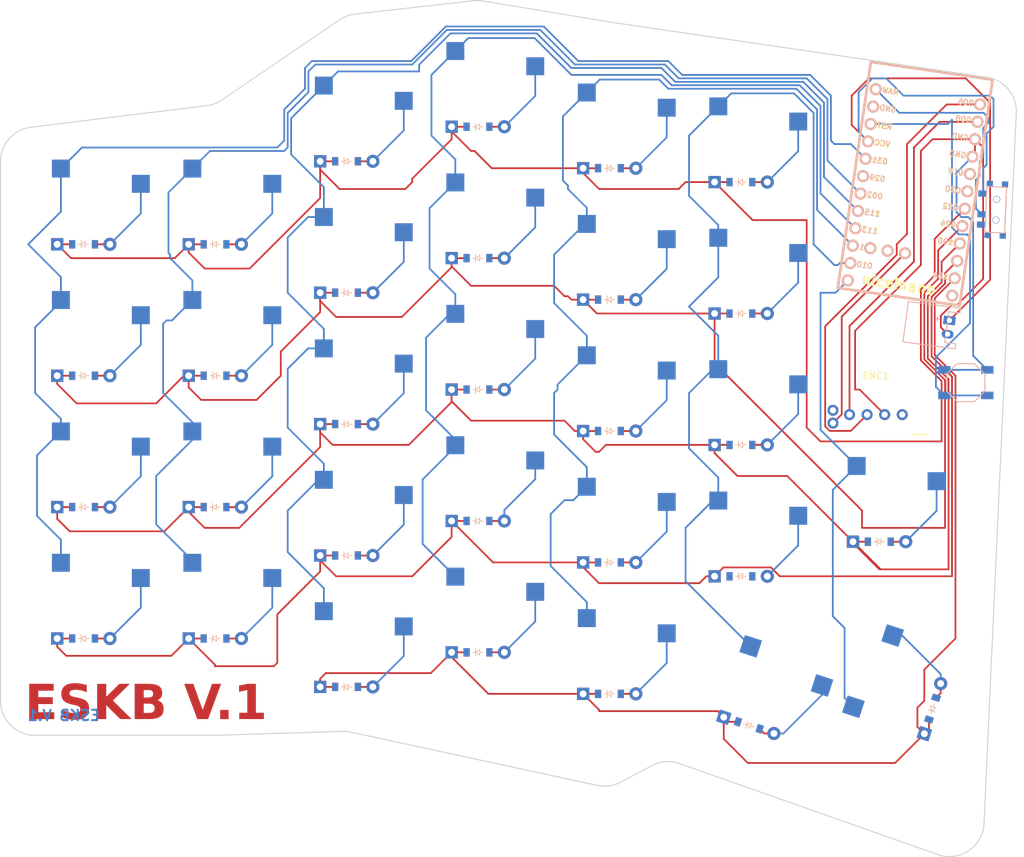
<source format=kicad_pcb>
(kicad_pcb (version 20240108) (generator "pcbnew") (generator_version "8.0")
  (title_block (title "left") (rev "v1.0.0") (company "Unknown"))
  (layers (0 "F.Cu" signal) (31 "B.Cu" signal) (34 "B.Paste" user) (35 "F.Paste" user) (36 "B.SilkS" user "B.Silkscreen") (37 "F.SilkS" user "F.Silkscreen") (38 "B.Mask" user) (39 "F.Mask" user) (44 "Edge.Cuts" user))
  (net 0 "")
  (net 1 "P031")
  (net 2 "outer_bottom")
  (net 3 "outer_home")
  (net 4 "outer_top")
  (net 5 "outer_num")
  (net 6 "P002")
  (net 7 "pinky_bottom")
  (net 8 "pinky_home")
  (net 9 "pinky_top")
  (net 10 "pinky_num")
  (net 11 "P115")
  (net 12 "ring_mod")
  (net 13 "ring_bottom")
  (net 14 "ring_home")
  (net 15 "ring_top")
  (net 16 "ring_num")
  (net 17 "P113")
  (net 18 "middle_mod")
  (net 19 "middle_bottom")
  (net 20 "middle_home")
  (net 21 "middle_top")
  (net 22 "middle_num")
  (net 23 "P111")
  (net 24 "index_mod")
  (net 25 "index_bottom")
  (net 26 "index_home")
  (net 27 "index_top")
  (net 28 "index_num")
  (net 29 "P010")
  (net 30 "inner_bottom")
  (net 31 "inner_home")
  (net 32 "inner_top")
  (net 33 "inner_num")
  (net 34 "P009")
  (net 35 "inner_mod_home")
  (net 36 "home_cluster")
  (net 37 "far_cluster")
  (net 38 "P011")
  (net 39 "P100")
  (net 40 "P024")
  (net 41 "P022")
  (net 42 "P104")
  (net 43 "RAW")
  (net 44 "GND")
  (net 45 "RST")
  (net 46 "VCC")
  (net 47 "P029")
  (net 48 "P006")
  (net 49 "P008")
  (net 50 "P017")
  (net 51 "P020")
  (net 52 "P106")
  (net 53 "P101")
  (net 54 "P102")
  (net 55 "P107")
  (net 56 "S2")
  (net 57 "D")
  (footprint "E73:SPDT_C128955" (layer "F.Cu") (at 254.9 116.5 -92.5)
    (property "Reference" "T1" (hide yes))
    (property "Value" "" (hide yes))
  )
  (footprint "E73:SW_TACT_ALPS_SKQGABE010" (layer "F.Cu") (at 250.5 141.5)
    (property "Reference" "B1" (hide yes))
    (property "Value" "" (hide yes))
  )
  (footprint "ComboDiode" (layer "F.Cu") (at 161 128.5)
    (property "Reference" "D12" (hide yes))
    (property "Value" "" (hide yes))
  )
  (footprint "ComboDiode" (layer "F.Cu") (at 199 167.5)
    (property "Reference" "D20" (hide yes))
    (property "Value" "" (hide yes))
  )
  (footprint "ComboDiode" (layer "F.Cu") (at 123 121.5)
    (property "Reference" "D4" (hide yes))
    (property "Value" "" (hide yes))
  )
  (footprint "nice_nano" (layer "F.Cu") (at 243 114 -98.3)
    (property "Reference" "MCU1" (hide yes))
    (property "Value" "nice_nano" (hide yes))
  )
  (footprint "ComboDiode" (layer "F.Cu") (at 218 169.5)
    (property "Reference" "D24" (hide yes))
    (property "Value" "" (hide yes))
  )
  (footprint "PG1350" (layer "F.Cu") (at 161 123.5)
    (property "Reference" "S12" (hide yes))
    (property "Value" "" (hide yes))
  )
  (footprint "ComboDiode" (layer "F.Cu") (at 180 142.5)
    (property "Reference" "D16" (hide yes))
    (property "Value" "" (hide yes))
  )
  (footprint "PG1350" (layer "F.Cu") (at 142 135.5)
    (property "Reference" "S7" (hide yes))
    (property "Value" "" (hide yes))
  )
  (footprint "Panasonic_EVQWGD001" (layer "F.Cu") (at 237.5 140.5 90)
    (property "Reference" "ENC1")
    (property "Value" "EVQWGD001")
  )
  (footprint "ComboDiode" (layer "F.Cu") (at 219.139066 191.053216 -18)
    (property "Reference" "D29" (hide yes))
    (property "Value" "" (hide yes))
  )
  (footprint "ComboDiode" (layer "F.Cu") (at 161 147.5)
    (property "Reference" "D11" (hide yes))
    (property "Value" "" (hide yes))
  )
  (footprint "PG1350" (layer "F.Cu") (at 123 116.5)
    (property "Reference" "S4" (hide yes))
    (property "Value" "" (hide yes))
  )
  (footprint "ComboDiode" (layer "F.Cu") (at 218 150.5)
    (property "Reference" "D25" (hide yes))
    (property "Value" "" (hide yes))
  )
  (footprint "ComboDiode" (layer "F.Cu") (at 123 178.5)
    (property "Reference" "D1" (hide yes))
    (property "Value" "" (hide yes))
  )
  (footprint "PG1350" (layer "F.Cu") (at 199 143.5)
    (property "Reference" "S21" (hide yes))
    (property "Value" "" (hide yes))
  )
  (footprint "PG1350" (layer "F.Cu") (at 161 104.5)
    (property "Reference" "S13" (hide yes))
    (property "Value" "" (hide yes))
  )
  (footprint "ComboDiode" (layer "F.Cu") (at 142 121.5)
    (property "Reference" "D8" (hide yes))
    (property "Value" "" (hide yes))
  )
  (footprint "PG1350" (layer "F.Cu") (at 180 118.5)
    (property "Reference" "S17" (hide yes))
    (property "Value" "" (hide yes))
  )
  (footprint "ComboDiode" (layer "F.Cu") (at 142 140.5)
    (property "Reference" "D7" (hide yes))
    (property "Value" "" (hide yes))
  )
  (footprint "ComboDiode" (layer "F.Cu") (at 161 166.5)
    (property "Reference" "D10" (hide yes))
    (property "Value" "" (hide yes))
  )
  (footprint "PG1350" (layer "F.Cu") (at 218 126.5)
    (property "Reference" "S26" (hide yes))
    (property "Value" "" (hide yes))
  )
  (footprint "ComboDiode" (layer "F.Cu") (at 218 131.5)
    (property "Reference" "D26" (hide yes))
    (property "Value" "" (hide yes))
  )
  (footprint "ComboDiode" (layer "F.Cu") (at 238 164.5)
    (property "Reference" "D28" (hide yes))
    (property "Value" "" (hide yes))
  )
  (footprint "ComboDiode" (layer "F.Cu") (at 180 123.5)
    (property "Reference" "D17" (hide yes))
    (property "Value" "" (hide yes))
  )
  (footprint "PG1350" (layer "F.Cu") (at 218 145.5)
    (property "Reference" "S25" (hide yes))
    (property "Value" "" (hide yes))
  )
  (footprint "PG1350" (layer "F.Cu") (at 142 154.5)
    (property "Reference" "S6" (hide yes))
    (property "Value" "" (hide yes))
  )
  (footprint "PG1350" (layer "F.Cu") (at 240.929346 187.092953 72)
    (property "Reference" "S30" (hide yes))
    (property "Value" "" (hide yes))
  )
  (footprint "PG1350" (layer "F.Cu") (at 218 107.5)
    (property "Reference" "S27" (hide yes))
    (property "Value" "" (hide yes))
  )
  (footprint "PG1350" (layer "F.Cu") (at 199 162.5)
    (property "Reference" "S20" (hide yes))
    (property "Value" "" (hide yes))
  )
  (footprint "PG1350" (layer "F.Cu") (at 123 154.5)
    (property "Reference" "S2" (hide yes))
    (property "Value" "" (hide yes))
  )
  (footprint "ComboDiode" (layer "F.Cu") (at 161 185.5)
    (property "Reference" "D9" (hide yes))
    (property "Value" "" (hide yes))
  )
  (footprint "PG1350" (layer "F.Cu") (at 180 99.5)
    (property "Reference" "S18" (hide yes))
    (property "Value" "" (hide yes))
  )
  (footprint "PG1350" (layer "F.Cu") (at 161 180.5)
    (property "Reference" "S9" (hide yes))
    (property "Value" "" (hide yes))
  )
  (footprint "PG1350" (layer "F.Cu") (at 123 135.5)
    (property "Reference" "S3" (hide yes))
    (property "Value" "" (hide yes))
  )
  (footprint "PG1350" (layer "F.Cu") (at 199 181.5)
    (property "Reference" "S19" (hide yes))
    (property "Value" "" (hide yes))
  )
  (footprint "PG1350" (layer "F.Cu") (at 218 164.5)
    (property "Reference" "S24" (hide yes))
    (property "Value" "" (hide yes))
  )
  (footprint "ComboDiode" (layer "F.Cu") (at 142 178.5)
    (property "Reference" "D5" (hide yes))
    (property "Value" "" (hide yes))
  )
  (footprint "ComboDiode" (layer "F.Cu") (at 199 148.5)
    (property "Reference" "D21" (hide yes))
    (property "Value" "" (hide yes))
  )
  (footprint "JST_PH_S2B-PH-K_02x2.00mm_Angled" (layer "F.Cu") (at 248 133.5 -97.5)
    (property "Reference" "JST1" (hide yes))
    (property "Value" "" (hide yes))
  )
  (footprint "ComboDiode" (layer "F.Cu") (at 180 104.5)
    (property "Reference" "D18" (hide yes))
    (property "Value" "" (hide yes))
  )
  (footprint "ComboDiode" (layer "F.Cu") (at 161 109.5)
    (property "Reference" "D13" (hide yes))
    (property "Value" "" (hide yes))
  )
  (footprint "PG1350" (layer "F.Cu") (at 123 173.5)
    (property "Reference" "S1" (hide yes))
    (property "Value" "" (hide yes))
  )
  (footprint "PG1350" (layer "F.Cu") (at 180 156.5)
    (property "Reference" "S15" (hide yes))
    (property "Value" "" (hide yes))
  )
  (footprint "PG1350" (layer "F.Cu") (at 180 175.5)
    (property "Reference" "S14" (hide yes))
    (property "Value" "" (hide yes))
  )
  (footprint "PG1350" (layer "F.Cu") (at 238 159.5)
    (property "Reference" "S28" (hide yes))
    (property "Value" "" (hide yes))
  )
  (footprint "ComboDiode" (layer "F.Cu") (at 218 112.5)
    (property "Reference" "D27" (hide yes))
    (property "Value" "" (hide yes))
  )
  (footprint "ComboDiode" (layer "F.Cu") (at 123 140.5)
    (property "Reference" "D3" (hide yes))
    (property "Value" "" (hide yes))
  )
  (footprint "ComboDiode" (layer "F.Cu") (at 142 159.5)
    (property "Reference" "D6" (hide yes))
    (property "Value" "" (hide yes))
  )
  (footprint "PG1350" (layer "F.Cu") (at 220.684151 186.297933 -18)
    (property "Reference" "S29" (hide yes))
    (property "Value" "" (hide yes))
  )
  (footprint "ComboDiode" (layer "F.Cu") (at 180 180.5)
    (property "Reference" "D14" (hide yes))
    (property "Value" "" (hide yes))
  )
  (footprint "PG1350" (layer "F.Cu") (at 199 105.5)
    (property "Reference" "S23" (hide yes))
    (property "Value" "" (hide yes))
  )
  (footprint "ComboDiode" (layer "F.Cu") (at 123 159.5)
    (property "Reference" "D2" (hide yes))
    (property "Value" "" (hide yes))
  )
  (footprint "PG1350" (layer "F.Cu") (at 161 142.5)
    (property "Reference" "S11" (hide yes))
    (property "Value" "" (hide yes))
  )
  (footprint "ComboDiode" (layer "F.Cu") (at 199 110.5)
    (property "Reference" "D23" (hide yes))
    (property "Value" "" (hide yes))
  )
  (footprint "PG1350" (layer "F.Cu") (at 180 137.5)
    (property "Reference" "S16" (hide yes))
    (property "Value" "" (hide yes))
  )
  (footprint "ComboDiode" (layer "F.Cu") (at 180 161.5)
    (property "Reference" "D15" (hide yes))
    (property "Value" "" (hide yes))
  )
  (footprint "PG1350" (layer "F.Cu") (at 142 116.5)
    (property "Reference" "S8" (hide yes))
    (property "Value" "" (hide yes))
  )
  (footprint "ComboDiode" (layer "F.Cu") (at 245.684629 188.638039 72)
    (property "Reference" "D30" (hide yes))
    (property "Value" "" (hide yes))
  )
  (footprint "PG1350" (layer "F.Cu") (at 142 173.5)
    (property "Reference" "S5" (hide yes))
    (property "Value" "" (hide yes))
  )
  (footprint "ComboDiode" (layer "F.Cu") (at 199 129.5)
    (property "Reference" "D22" (hide yes))
    (property "Value" "" (hide yes))
  )
  (footprint "PG1350" (layer "F.Cu") (at 199 124.5)
    (property "Reference" "S22" (hide yes))
    (property "Value" "" (hide yes))
  )
  (footprint "ComboDiode" (layer "F.Cu") (at 199 186.5)
    (property "Reference" "D19" (hide yes))
    (property "Value" "" (hide yes))
  )
  (footprint "PG1350" (layer "F.Cu") (at 161 161.5)
    (property "Reference" "S10" (hide yes))
    (property "Value" "" (hide yes))
  )
  (gr_arc (start 253.525096 97.343934) (mid 256.656343 99.108744) (end 257.794642 102.518076) (stroke (width 0.15)) (layer "Edge.Cuts"))
  (gr_line (start 111 187.5) (end 111 109.524522) (stroke (width 0.15)) (layer "Edge.Cuts"))
  (gr_line (start 199.046312 89.35679) (end 253.525097 97.343934) (stroke (width 0.15)) (layer "Edge.Cuts"))
  (gr_arc (start 200.611941 199.267781) (mid 198.956123 199.800913) (end 197.217862 199.734495) (stroke (width 0.15)) (layer "Edge.Cuts"))
  (gr_line (start 162.230518 88.210757) (end 179.307524 86.278359) (stroke (width 0.15)) (layer "Edge.Cuts"))
  (gr_line (start 205.128713 196.879804) (end 200.611941 199.267781) (stroke (width 0.15)) (layer "Edge.Cuts"))
  (gr_arc (start 143.002937 100.61642) (mid 141.948831 101.164107) (end 140.795277 101.447676) (stroke (width 0.15)) (layer "Edge.Cuts"))
  (gr_line (start 197.217862 199.734495) (end 161.600679 192.029936) (stroke (width 0.15)) (layer "Edge.Cuts"))
  (gr_line (start 143.002937 100.616419) (end 159.97671 89.047453) (stroke (width 0.15)) (layer "Edge.Cuts"))
  (gr_arc (start 179.307524 86.278359) (mid 179.998752 86.248316) (end 180.68751 86.313982) (stroke (width 0.15)) (layer "Edge.Cuts"))
  (gr_arc (start 111 109.524522) (mid 112.255554 106.211046) (end 115.39165 104.561669) (stroke (width 0.15)) (layer "Edge.Cuts"))
  (gr_arc (start 142.078888 192.497509) (mid 141.99999 192.499377) (end 141.921072 192.5) (stroke (width 0.15)) (layer "Edge.Cuts"))
  (gr_line (start 141.921072 192.5) (end 116 192.5) (stroke (width 0.15)) (layer "Edge.Cuts"))
  (gr_line (start 246.467781 209.746601) (end 209.127896 196.584449) (stroke (width 0.15)) (layer "Edge.Cuts"))
  (gr_arc (start 205.128713 196.879803) (mid 207.097398 196.31364) (end 209.127896 196.584449) (stroke (width 0.15)) (layer "Edge.Cuts"))
  (gr_arc (start 159.97671 89.047453) (mid 161.052578 88.49163) (end 162.230518 88.210757) (stroke (width 0.15)) (layer "Edge.Cuts"))
  (gr_arc (start 199.046312 89.35679) (mid 199.000035 89.349784) (end 198.953825 89.342345) (stroke (width 0.15)) (layer "Edge.Cuts"))
  (gr_arc (start 253.124858 205.258018) (mid 250.925263 209.176661) (end 246.467781 209.746601) (stroke (width 0.15)) (layer "Edge.Cuts"))
  (gr_line (start 257.794642 102.518076) (end 253.124857 205.258018) (stroke (width 0.15)) (layer "Edge.Cuts"))
  (gr_arc (start 116 192.5) (mid 112.464466 191.035534) (end 111 187.5) (stroke (width 0.15)) (layer "Edge.Cuts"))
  (gr_arc (start 160.385734 191.919397) (mid 160.996591 191.937473) (end 161.600679 192.029936) (stroke (width 0.15)) (layer "Edge.Cuts"))
  (gr_line (start 160.385734 191.919398) (end 142.078888 192.497509) (stroke (width 0.15)) (layer "Edge.Cuts"))
  (gr_line (start 115.39165 104.561669) (end 140.795277 101.447676) (stroke (width 0.15)) (layer "Edge.Cuts"))
  (gr_line (start 180.68751 86.313982) (end 198.953825 89.342345) (stroke (width 0.15)) (layer "Edge.Cuts"))
  (gr_text "ESKB V.1" (at 114.5 191 0) (layer "F.Cu") (effects (font (size 5 5) (thickness 0.3) (bold yes)) (justify left bottom)))
  (gr_text "ESKB V.1" (at 125.5 190.5 0) (layer "B.Cu") (effects (font (size 1.5 1.5) (thickness 0.3) (bold yes)) (justify left bottom mirror)))
  (segment (start 122.775 107.5) (end 130.646627 107.5) (width 0.25) (layer "B.Cu") (net 1))
  (segment (start 119.725 167.55) (end 119.725 164.225) (width 0.25) (layer "B.Cu") (net 1))
  (segment (start 151 107.5) (end 152 106.5) (width 0.25) (layer "B.Cu") (net 1))
  (segment (start 155 96) (end 156 95) (width 0.25) (layer "B.Cu") (net 1))
  (segment (start 170.363604 95) (end 175.363604 90) (width 0.25) (layer "B.Cu") (net 1))
  (segment (start 119.725 126.225) (end 115 121.5) (width 0.25) (layer "B.Cu") (net 1))
  (segment (start 119.725 116.775) (end 119.725 110.55) (width 0.25) (layer "B.Cu") (net 1))
  (segment (start 119.725 110.55) (end 122.775 107.5) (width 0.25) (layer "B.Cu") (net 1))
  (segment (start 116 143) (end 116 133.5) (width 0.25) (layer "B.Cu") (net 1))
  (segment (start 152 102) (end 155 99) (width 0.25) (layer "B.Cu") (net 1))
  (segment (start 156 95) (end 170.363604 95) (width 0.25) (layer "B.Cu") (net 1))
  (segment (start 231 106.5) (end 231.5 107) (width 0.25) (layer "B.Cu") (net 1))
  (segment (start 116 133.5) (end 119.725 129.775) (width 0.25) (layer "B.Cu") (net 1))
  (segment (start 119.725 129.775) (end 119.725 129.55) (width 0.25) (layer "B.Cu") (net 1))
  (segment (start 119.725 146.725) (end 116 143) (width 0.25) (layer "B.Cu") (net 1))
  (segment (start 209.5 97) (end 228 97) (width 0.25) (layer "B.Cu") (net 1))
  (segment (start 115 121.5) (end 119.725 116.775) (width 0.25) (layer "B.Cu") (net 1))
  (segment (start 130.646627 107.5) (end 130.77314 107.5) (width 0.25) (layer "B.Cu") (net 1))
  (segment (start 189.5 90) (end 194.5 95) (width 0.25) (layer "B.Cu") (net 1))
  (segment (start 116.2741 152.0009) (end 119.725 148.55) (width 0.25) (layer "B.Cu") (net 1))
  (segment (start 207.5 95) (end 209.5 97) (width 0.25) (layer "B.Cu") (net 1))
  (segment (start 155 99) (end 155 96) (width 0.25) (layer "B.Cu") (net 1))
  (segment (start 233.879899 107) (end 236.009811 109.129912) (width 0.25) (layer "B.Cu") (net 1))
  (segment (start 116.2741 160.7741) (end 116.2741 152.0009) (width 0.25) (layer "B.Cu") (net 1))
  (segment (start 194.5 95) (end 207.5 95) (width 0.25) (layer "B.Cu") (net 1))
  (segment (start 231 100) (end 231 106.5) (width 0.25) (layer "B.Cu") (net 1))
  (segment (start 175.363604 90) (end 189.5 90) (width 0.25) (layer "B.Cu") (net 1))
  (segment (start 119.725 129.55) (end 119.725 126.225) (width 0.25) (layer "B.Cu") (net 1))
  (segment (start 130.77314 107.5) (end 151 107.5) (width 0.25) (layer "B.Cu") (net 1))
  (segment (start 119.725 148.55) (end 119.725 146.725) (width 0.25) (layer "B.Cu") (net 1))
  (segment (start 228 97) (end 231 100) (width 0.25) (layer "B.Cu") (net 1))
  (segment (start 152 106.5) (end 152 102) (width 0.25) (layer "B.Cu") (net 1))
  (segment (start 119.725 164.225) (end 116.2741 160.7741) (width 0.25) (layer "B.Cu") (net 1))
  (segment (start 231.5 107) (end 233.879899 107) (width 0.25) (layer "B.Cu") (net 1))
  (segment (start 126.81 178.5) (end 124.65 178.5) (width 0.25) (layer "F.Cu") (net 2))
  (segment (start 131.275 169.75) (end 131.275 174.035) (width 0.25) (layer "B.Cu") (net 2))
  (segment (start 131.275 174.035) (end 126.81 178.5) (width 0.25) (layer "B.Cu") (net 2))
  (segment (start 126.81 159.5) (end 124.65 159.5) (width 0.25) (layer "F.Cu") (net 3))
  (segment (start 131.275 155.035) (end 126.81 159.5) (width 0.25) (layer "B.Cu") (net 3))
  (segment (start 131.275 150.75) (end 131.275 155.035) (width 0.25) (layer "B.Cu") (net 3))
  (segment (start 126.81 140.5) (end 124.65 140.5) (width 0.25) (layer "F.Cu") (net 4))
  (segment (start 131.275 131.75) (end 131.275 136.035) (width 0.25) (layer "B.Cu") (net 4))
  (segment (start 131.275 136.035) (end 126.81 140.5) (width 0.25) (layer "B.Cu") (net 4))
  (segment (start 126.81 121.5) (end 124.65 121.5) (width 0.25) (layer "F.Cu") (net 5))
  (segment (start 131.275 112.75) (end 131.275 117.035) (width 0.25) (layer "B.Cu") (net 5))
  (segment (start 131.275 117.035) (end 126.81 121.5) (width 0.25) (layer "B.Cu") (net 5))
  (segment (start 227.5 97.5) (end 230.5 100.5) (width 0.25) (layer "B.Cu") (net 6))
  (segment (start 138.725 149.775) (end 138.725 148.55) (width 0.25) (layer "B.Cu") (net 6))
  (segment (start 137.389596 125.389596) (end 135.5 123.5) (width 0.25) (layer "B.Cu") (net 6))
  (segment (start 152.5 102.5) (end 155.5 99.5) (width 0.25) (layer "B.Cu") (net 6))
  (segment (start 189 90.5) (end 194 95.5) (width 0.25) (layer "B.Cu") (net 6))
  (segment (start 138.725 126.725) (end 138.085418 126.085418) (width 0.25) (layer "B.Cu") (net 6))
  (segment (start 155.5 96.5) (end 156.5 95.5) (width 0.25) (layer "B.Cu") (net 6))
  (segment (start 141.275 108) (end 152 108) (width 0.25) (layer "B.Cu") (net 6))
  (segment (start 138.725 167.225) (end 133.5 162) (width 0.25) (layer "B.Cu") (net 6))
  (segment (start 135 132.5) (end 135.775 132.5) (width 0.25) (layer "B.Cu") (net 6))
  (segment (start 209 97.5) (end 227.5 97.5) (width 0.25) (layer "B.Cu") (net 6))
  (segment (start 138.725 147.225) (end 134.5 143) (width 0.25) (layer "B.Cu") (net 6))
  (segment (start 135.5 123) (end 135.2741 122.7741) (width 0.25) (layer "B.Cu") (net 6))
  (segment (start 138.725 110.55) (end 141.275 108) (width 0.25) (layer "B.Cu") (net 6))
  (segment (start 207 95.5) (end 209 97.5) (width 0.25) (layer "B.Cu") (net 6))
  (segment (start 138.725 129.55) (end 138.725 126.725) (width 0.25) (layer "B.Cu") (net 6))
  (segment (start 230.5 109.380223) (end 235.276481 114.156704) (width 0.25) (layer "B.Cu") (net 6))
  (segment (start 152 108) (end 152.5 107.5) (width 0.25) (layer "B.Cu") (net 6))
  (segment (start 156.5 95.5) (end 170.5 95.5) (width 0.25) (layer "B.Cu") (net 6))
  (segment (start 138.725 148.55) (end 138.725 147.225) (width 0.25) (layer "B.Cu") (net 6))
  (segment (start 138.725 167.55) (end 138.725 167.225) (width 0.25) (layer "B.Cu") (net 6))
  (segment (start 175.5 90.5) (end 189 90.5) (width 0.25) (layer "B.Cu") (net 6))
  (segment (start 133.5 162) (end 133.5 155) (width 0.25) (layer "B.Cu") (net 6))
  (segment (start 135.5 123.5) (end 135.5 123) (width 0.25) (layer "B.Cu") (net 6))
  (segment (start 155.5 99.5) (end 155.5 96.5) (width 0.25) (layer "B.Cu") (net 6))
  (segment (start 194 95.5) (end 207 95.5) (width 0.25) (layer "B.Cu") (net 6))
  (segment (start 135.2741 122.7741) (end 135.2741 114.0009) (width 0.25) (layer "B.Cu") (net 6))
  (segment (start 133.5 155) (end 138.725 149.775) (width 0.25) (layer "B.Cu") (net 6))
  (segment (start 134.5 133) (end 135 132.5) (width 0.25) (layer "B.Cu") (net 6))
  (segment (start 138.085418 126.085418) (end 137.389596 125.389596) (width 0.25) (layer "B.Cu") (net 6))
  (segment (start 230.5 100.5) (end 230.5 109.380223) (width 0.25) (layer "B.Cu") (net 6))
  (segment (start 135.2741 114.0009) (end 138.725 110.55) (width 0.25) (layer "B.Cu") (net 6))
  (segment (start 135.775 132.5) (end 138.725 129.55) (width 0.25) (layer "B.Cu") (net 6))
  (segment (start 134.5 143) (end 134.5 133) (width 0.25) (layer "B.Cu") (net 6))
  (segment (start 152.5 107.5) (end 152.5 102.5) (width 0.25) (layer "B.Cu") (net 6))
  (segment (start 170.5 95.5) (end 175.5 90.5) (width 0.25) (layer "B.Cu") (net 6))
  (segment (start 145.81 178.5) (end 143.65 178.5) (width 0.25) (layer "F.Cu") (net 7))
  (segment (start 150.275 174.035) (end 145.81 178.5) (width 0.25) (layer "B.Cu") (net 7))
  (segment (start 150.275 169.75) (end 150.275 174.035) (width 0.25) (layer "B.Cu") (net 7))
  (segment (start 145.81 159.5) (end 143.65 159.5) (width 0.25) (layer "F.Cu") (net 8))
  (segment (start 150.275 150.75) (end 150.275 155.035) (width 0.25) (layer "B.Cu") (net 8))
  (segment (start 150.275 155.035) (end 145.81 159.5) (width 0.25) (layer "B.Cu") (net 8))
  (segment (start 145.81 140.5) (end 143.65 140.5) (width 0.25) (layer "F.Cu") (net 9))
  (segment (start 150.275 131.75) (end 150.275 136.035) (width 0.25) (layer "B.Cu") (net 9))
  (segment (start 150.275 136.035) (end 145.81 140.5) (width 0.25) (layer "B.Cu") (net 9))
  (segment (start 145.81 121.5) (end 143.65 121.5) (width 0.25) (layer "F.Cu") (net 10))
  (segment (start 150.275 112.75) (end 150.275 117.035) (width 0.25) (layer "B.Cu") (net 10))
  (segment (start 150.275 117.035) (end 145.81 121.5) (width 0.25) (layer "B.Cu") (net 10))
  (segment (start 152.5 139.5) (end 155.45 136.55) (width 0.25) (layer "B.Cu") (net 11))
  (segment (start 188.5 91) (end 193.5 96) (width 0.25) (layer "B.Cu") (net 11))
  (segment (start 193.5 96) (end 206.5 96) (width 0.25) (layer "B.Cu") (net 11))
  (segment (start 157.725 133.725) (end 152.5 128.5) (width 0.25) (layer "B.Cu") (net 11))
  (segment (start 155.45 136.55) (end 157.725 136.55) (width 0.25) (layer "B.Cu") (net 11))
  (segment (start 230 101) (end 230 111.760283) (width 0.25) (layer "B.Cu") (net 11))
  (segment (start 208.5 98) (end 227 98) (width 0.25) (layer "B.Cu") (net 11))
  (segment (start 157.725 153.225) (end 152.5 148) (width 0.25) (layer "B.Cu") (net 11))
  (segment (start 156.95 155.55) (end 157.725 155.55) (width 0.25) (layer "B.Cu") (net 11))
  (segment (start 206.5 96) (end 208.5 98) (width 0.25) (layer "B.Cu") (net 11))
  (segment (start 157.725 171.225) (end 152.5 166) (width 0.25) (layer "B.Cu") (net 11))
  (segment (start 157.725 136.55) (end 157.725 133.725) (width 0.25) (layer "B.Cu") (net 11))
  (segment (start 155.45 117.55) (end 157.725 117.55) (width 0.25) (layer "B.Cu") (net 11))
  (segment (start 157.725 117.55) (end 157.725 113.225) (width 0.25) (layer "B.Cu") (net 11))
  (segment (start 157.725 98.55) (end 159.775 96.5) (width 0.25) (layer "B.Cu") (net 11))
  (segment (start 157.725 155.55) (end 157.725 153.225) (width 0.25) (layer "B.Cu") (net 11))
  (segment (start 157.725 174.55) (end 157.725 171.225) (width 0.25) (layer "B.Cu") (net 11))
  (segment (start 152.5 160) (end 156.95 155.55) (width 0.25) (layer "B.Cu") (net 11))
  (segment (start 159.775 96.5) (end 171.5 96.5) (width 0.25) (layer "B.Cu") (net 11))
  (segment (start 171.5 96.5) (end 171.5 95.525) (width 0.25) (layer "B.Cu") (net 11))
  (segment (start 230 111.760283) (end 234.909816 116.670099) (width 0.25) (layer "B.Cu") (net 11))
  (segment (start 152.5 128.5) (end 152.5 120.5) (width 0.25) (layer "B.Cu") (net 11))
  (segment (start 152.5 120.5) (end 155.45 117.55) (width 0.25) (layer "B.Cu") (net 11))
  (segment (start 171.5 95.525) (end 176.025 91) (width 0.25) (layer "B.Cu") (net 11))
  (segment (start 153 108.5) (end 153 103.275) (width 0.25) (layer "B.Cu") (net 11))
  (segment (start 176.025 91) (end 188.5 91) (width 0.25) (layer "B.Cu") (net 11))
  (segment (start 153 103.275) (end 157.725 98.55) (width 0.25) (layer "B.Cu") (net 11))
  (segment (start 227 98) (end 230 101) (width 0.25) (layer "B.Cu") (net 11))
  (segment (start 157.725 113.225) (end 153 108.5) (width 0.25) (layer "B.Cu") (net 11))
  (segment (start 152.5 166) (end 152.5 160) (width 0.25) (layer "B.Cu") (net 11))
  (segment (start 152.5 148) (end 152.5 139.5) (width 0.25) (layer "B.Cu") (net 11))
  (segment (start 164.81 185.5) (end 162.65 185.5) (width 0.25) (layer "F.Cu") (net 12))
  (segment (start 169.275 181.035) (end 164.81 185.5) (width 0.25) (layer "B.Cu") (net 12))
  (segment (start 169.275 176.75) (end 169.275 181.035) (width 0.25) (layer "B.Cu") (net 12))
  (segment (start 164.81 166.5) (end 162.65 166.5) (width 0.25) (layer "F.Cu") (net 13))
  (segment (start 169.275 157.75) (end 169.275 162.035) (width 0.25) (layer "B.Cu") (net 13))
  (segment (start 169.275 162.035) (end 164.81 166.5) (width 0.25) (layer "B.Cu") (net 13))
  (segment (start 164.81 147.5) (end 162.65 147.5) (width 0.25) (layer "F.Cu") (net 14))
  (segment (start 169.275 138.75) (end 169.275 143.035) (width 0.25) (layer "B.Cu") (net 14))
  (segment (start 169.275 143.035) (end 164.81 147.5) (width 0.25) (layer "B.Cu") (net 14))
  (segment (start 164.81 128.5) (end 162.65 128.5) (width 0.25) (layer "F.Cu") (net 15))
  (segment (start 169.275 119.75) (end 169.275 124.035) (width 0.25) (layer "B.Cu") (net 15))
  (segment (start 169.275 124.035) (end 164.81 128.5) (width 0.25) (layer "B.Cu") (net 15))
  (segment (start 164.81 109.5) (end 162.65 109.5) (width 0.25) (layer "F.Cu") (net 16))
  (segment (start 169.275 100.75) (end 169.275 105.035) (width 0.25) (layer "B.Cu") (net 16))
  (segment (start 169.275 105.035) (end 164.81 109.5) (width 0.25) (layer "B.Cu") (net 16))
  (segment (start 176.725 150.55) (end 176.725 149.725) (width 0.25) (layer "B.Cu") (net 17))
  (segment (start 188.175 91.675) (end 193.5 97) (width 0.25) (layer "B.Cu") (net 17))
  (segment (start 229.5 101.5) (end 229.5 114.140343) (width 0.25) (layer "B.Cu") (net 17))
  (segment (start 175.95 131.55) (end 176.725 131.55) (width 0.25) (layer "B.Cu") (net 17))
  (segment (start 172.5 135) (end 175.95 131.55) (width 0.25) (layer "B.Cu") (net 17))
  (segment (start 206.5 97) (end 208 98.5) (width 0.25) (layer "B.Cu") (net 17))
  (segment (start 193.5 97) (end 206.5 97) (width 0.25) (layer "B.Cu") (net 17))
  (segment (start 176.725 112.55) (end 176.725 109.225) (width 0.25) (layer "B.Cu") (net 17))
  (segment (start 176.725 131.55) (end 176.725 128.725) (width 0.25) (layer "B.Cu") (net 17))
  (segment (start 172.5 145.5) (end 172.5 135) (width 0.25) (layer "B.Cu") (net 17))
  (segment (start 176.725 109.225) (end 173.2741 105.7741) (width 0.25) (layer "B.Cu") (net 17))
  (segment (start 173 116.275) (end 176.725 112.55) (width 0.25) (layer "B.Cu") (net 17))
  (segment (start 176.725 150.775) (end 176.725 150.55) (width 0.25) (layer "B.Cu") (net 17))
  (segment (start 173 125) (end 173 116.275) (width 0.25) (layer "B.Cu") (net 17))
  (segment (start 176.725 128.725) (end 173 125) (width 0.25) (layer "B.Cu") (net 17))
  (segment (start 172 155.5) (end 176.725 150.775) (width 0.25) (layer "B.Cu") (net 17))
  (segment (start 173.2741 105.7741) (end 173.2741 97.0009) (width 0.25) (layer "B.Cu") (net 17))
  (segment (start 176.725 169.55) (end 172 164.825) (width 0.25) (layer "B.Cu") (net 17))
  (segment (start 176.725 149.725) (end 172.5 145.5) (width 0.25) (layer "B.Cu") (net 17))
  (segment (start 229.5 114.140343) (end 234.543152 119.183495) (width 0.25) (layer "B.Cu") (net 17))
  (segment (start 172 164.825) (end 172 155.5) (width 0.25) (layer "B.Cu") (net 17))
  (segment (start 176.725 93.55) (end 178.6 91.675) (width 0.25) (layer "B.Cu") (net 17))
  (segment (start 173.2741 97.0009) (end 176.725 93.55) (width 0.25) (layer "B.Cu") (net 17))
  (segment (start 226.5 98.5) (end 229.5 101.5) (width 0.25) (layer "B.Cu") (net 17))
  (segment (start 208 98.5) (end 226.5 98.5) (width 0.25) (layer "B.Cu") (net 17))
  (segment (start 178.6 91.675) (end 188.175 91.675) (width 0.25) (layer "B.Cu") (net 17))
  (segment (start 183.81 180.5) (end 181.65 180.5) (width 0.25) (layer "F.Cu") (net 18))
  (segment (start 188.275 171.75) (end 188.275 176.035) (width 0.25) (layer "B.Cu") (net 18))
  (segment (start 188.275 176.035) (end 183.81 180.5) (width 0.25) (layer "B.Cu") (net 18))
  (segment (start 183.81 161.5) (end 181.65 161.5) (width 0.25) (layer "F.Cu") (net 19))
  (segment (start 183.81 159.923684) (end 183.81 161.5) (width 0.25) (layer "B.Cu") (net 19))
  (segment (start 188.275 155.458684) (end 183.81 159.923684) (width 0.25) (layer "B.Cu") (net 19))
  (segment (start 188.275 152.75) (end 188.275 155.458684) (width 0.25) (layer "B.Cu") (net 19))
  (segment (start 183.81 142.5) (end 181.65 142.5) (width 0.25) (layer "F.Cu") (net 20))
  (segment (start 188.275 138.035) (end 183.81 142.5) (width 0.25) (layer "B.Cu") (net 20))
  (segment (start 188.275 133.75) (end 188.275 138.035) (width 0.25) (layer "B.Cu") (net 20))
  (segment (start 183.81 123.5) (end 181.65 123.5) (width 0.25) (layer "F.Cu") (net 21))
  (segment (start 188.275 119.035) (end 183.81 123.5) (width 0.25) (layer "B.Cu") (net 21))
  (segment (start 188.275 114.75) (end 188.275 119.035) (width 0.25) (layer "B.Cu") (net 21))
  (segment (start 183.81 104.5) (end 181.65 104.5) (width 0.25) (layer "F.Cu") (net 22))
  (segment (start 188.275 95.75) (end 188.275 100.035) (width 0.25) (layer "B.Cu") (net 22))
  (segment (start 188.275 100.035) (end 183.81 104.5) (width 0.25) (layer "B.Cu") (net 22))
  (segment (start 195.725 175.55) (end 195.725 173.225) (width 0.25) (layer "B.Cu") (net 23))
  (segment (start 193.775 158.5) (end 195.725 156.55) (width 0.25) (layer "B.Cu") (net 23))
  (segment (start 195.725 156.55) (end 195.725 153.725) (width 0.25) (layer "B.Cu") (net 23))
  (segment (start 195.725 134.725) (end 191 130) (width 0.25) (layer "B.Cu") (net 23))
  (segment (start 195.725 153.725) (end 191 149) (width 0.25) (layer "B.Cu") (net 23))
  (segment (start 229 102) (end 229 116.520403) (width 0.25) (layer "B.Cu") (net 23))
  (segment (start 190.5 160.5) (end 192.5 158.5) (width 0.25) (layer "B.Cu") (net 23))
  (segment (start 192.5 158.5) (end 193.775 158.5) (width 0.25) (layer "B.Cu") (net 23))
  (segment (start 195.725 116.225) (end 193 113.5) (width 0.25) (layer "B.Cu") (net 23))
  (segment (start 191 149) (end 191 143) (width 0.25) (layer "B.Cu") (net 23))
  (segment (start 192.2741 112.2741) (end 192.2741 103.0009) (width 0.25) (layer "B.Cu") (net 23))
  (segment (start 193 113.5) (end 193 113) (width 0.25) (layer "B.Cu") (net 23))
  (segment (start 191 123) (end 195.45 118.55) (width 0.25) (layer "B.Cu") (net 23))
  (segment (start 195.725 118.55) (end 195.725 116.225) (width 0.25) (layer "B.Cu") (net 23))
  (segment (start 193 113) (end 192.2741 112.2741) (width 0.25) (layer "B.Cu") (net 23))
  (segment (start 195.45 118.55) (end 195.725 118.55) (width 0.25) (layer "B.Cu") (net 23))
  (segment (start 195.725 137.55) (end 195.725 134.725) (width 0.25) (layer "B.Cu") (net 23))
  (segment (start 191 130) (end 191 123) (width 0.25) (layer "B.Cu") (net 23))
  (segment (start 191.5 141.775) (end 195.725 137.55) (width 0.25) (layer "B.Cu") (net 23))
  (segment (start 206.175 97.675) (end 207.5 99) (width 0.25) (layer "B.Cu") (net 23))
  (segment (start 195.725 99.55) (end 197.6 97.675) (width 0.25) (layer "B.Cu") (net 23))
  (segment (start 192.2741 103.0009) (end 195.725 99.55) (width 0.25) (layer "B.Cu") (net 23))
  (segment (start 229 116.520403) (end 234.176487 121.69689) (width 0.25) (layer "B.Cu") (net 23))
  (segment (start 226 99) (end 229 102) (width 0.25) (layer "B.Cu") (net 23))
  (segment (start 190.5 168) (end 190.5 160.5) (width 0.25) (layer "B.Cu") (net 23))
  (segment (start 195.725 173.225) (end 190.5 168) (width 0.25) (layer "B.Cu") (net 23))
  (segment (start 191 143) (end 191.5 142.5) (width 0.25) (layer "B.Cu") (net 23))
  (segment (start 191.5 142.5) (end 191.5 141.775) (width 0.25) (layer "B.Cu") (net 23))
  (segment (start 207.5 99) (end 226 99) (width 0.25) (layer "B.Cu") (net 23))
  (segment (start 197.6 97.675) (end 206.175 97.675) (width 0.25) (layer "B.Cu") (net 23))
  (segment (start 202.81 186.5) (end 200.65 186.5) (width 0.25) (layer "F.Cu") (net 24))
  (segment (start 207.275 182.035) (end 202.81 186.5) (width 0.25) (layer "B.Cu") (net 24))
  (segment (start 207.275 177.75) (end 207.275 182.035) (width 0.25) (layer "B.Cu") (net 24))
  (segment (start 202.81 167.5) (end 200.65 167.5) (width 0.25) (layer "F.Cu") (net 25))
  (segment (start 207.275 158.75) (end 207.275 163.035) (width 0.25) (layer "B.Cu") (net 25))
  (segment (start 207.275 163.035) (end 202.81 167.5) (width 0.25) (layer "B.Cu") (net 25))
  (segment (start 202.81 148.5) (end 200.65 148.5) (width 0.25) (layer "F.Cu") (net 26))
  (segment (start 207.275 139.75) (end 207.275 144.035) (width 0.25) (layer "B.Cu") (net 26))
  (segment (start 207.275 144.035) (end 202.81 148.5) (width 0.25) (layer "B.Cu") (net 26))
  (segment (start 202.81 129.5) (end 200.65 129.5) (width 0.25) (layer "F.Cu") (net 27))
  (segment (start 207.275 125.035) (end 202.81 129.5) (width 0.25) (layer "B.Cu") (net 27))
  (segment (start 207.275 120.75) (end 207.275 125.035) (width 0.25) (layer "B.Cu") (net 27))
  (segment (start 202.81 110.5) (end 200.65 110.5) (width 0.25) (layer "F.Cu") (net 28))
  (segment (start 207.275 106.035) (end 202.81 110.5) (width 0.25) (layer "B.Cu") (net 28))
  (segment (start 207.275 101.75) (end 207.275 106.035) (width 0.25) (layer "B.Cu") (net 28))
  (segment (start 214.725 118.725) (end 210.5 114.5) (width 0.25) (layer "B.Cu") (net 29))
  (segment (start 214.725 134.725) (end 210.5 130.5) (width 0.25) (layer "B.Cu") (net 29))
  (segment (start 213.95 139.55) (end 214.725 139.55) (width 0.25) (layer "B.Cu") (net 29))
  (segment (start 214.725 139.55) (end 214.725 134.725) (width 0.25) (layer "B.Cu") (net 29))
  (segment (start 210.5 143) (end 213.95 139.55) (width 0.25) (layer "B.Cu") (net 29))
  (segment (start 210 170.219024) (end 210 162.5) (width 0.25) (layer "B.Cu") (net 29))
  (segment (start 219.408092 179.627116) (end 210 170.219024) (width 0.25) (layer "B.Cu") (net 29))
  (segment (start 225.675 99.675) (end 228.5 102.5) (width 0.25) (layer "B.Cu") (net 29))
  (segment (start 216.6 99.675) (end 225.675 99.675) (width 0.25) (layer "B.Cu") (net 29))
  (segment (start 214.725 155.225) (end 210.5 151) (width 0.25) (layer "B.Cu") (net 29))
  (segment (start 231.5 124.5) (end 232 124.5) (width 0.25) (layer "B.Cu") (net 29))
  (segment (start 210 162.5) (end 213.95 158.55) (width 0.25) (layer "B.Cu") (net 29))
  (segment (start 214.725 120.55) (end 214.725 118.725) (width 0.25) (layer "B.Cu") (net 29))
  (segment (start 213.95 158.55) (end 214.725 158.55) (width 0.25) (layer "B.Cu") (net 29))
  (segment (start 210.5 114.5) (end 210.5 105.775) (width 0.25) (layer "B.Cu") (net 29))
  (segment (start 232.289714 124.210286) (end 233.809822 124.210286) (width 0.25) (layer "B.Cu") (net 29))
  (segment (start 228.5 121.5) (end 231.5 124.5) (width 0.25) (layer "B.Cu") (net 29))
  (segment (start 210.5 151) (end 210.5 143) (width 0.25) (layer "B.Cu") (net 29))
  (segment (start 210.5 105.775) (end 214.725 101.55) (width 0.25) (layer "B.Cu") (net 29))
  (segment (start 214.725 126.275) (end 214.725 120.55) (width 0.25) (layer "B.Cu") (net 29))
  (segment (start 228.5 102.5) (end 228.5 121.5) (width 0.25) (layer "B.Cu") (net 29))
  (segment (start 214.725 101.55) (end 216.6 99.675) (width 0.25) (layer "B.Cu") (net 29))
  (segment (start 214.725 158.55) (end 214.725 155.225) (width 0.25) (layer "B.Cu") (net 29))
  (segment (start 210.5 130.5) (end 214.725 126.275) (width 0.25) (layer "B.Cu") (net 29))
  (segment (start 232 124.5) (end 232.289714 124.210286) (width 0.25) (layer "B.Cu") (net 29))
  (segment (start 226.275 165.035) (end 221.81 169.5) (width 0.25) (layer "B.Cu") (net 30))
  (segment (start 226.275 160.75) (end 226.275 165.035) (width 0.25) (layer "B.Cu") (net 30))
  (segment (start 221.81 150.5) (end 219.65 150.5) (width 0.25) (layer "F.Cu") (net 31))
  (segment (start 226.275 141.75) (end 226.275 146.035) (width 0.25) (layer "B.Cu") (net 31))
  (segment (start 226.275 146.035) (end 221.81 150.5) (width 0.25) (layer "B.Cu") (net 31))
  (segment (start 221.81 131.5) (end 219.65 131.5) (width 0.25) (layer "F.Cu") (net 32))
  (segment (start 226.275 127.035) (end 221.81 131.5) (width 0.25) (layer "B.Cu") (net 32))
  (segment (start 226.275 122.75) (end 226.275 127.035) (width 0.25) (layer "B.Cu") (net 32))
  (segment (start 221.81 112.5) (end 219.65 112.5) (width 0.25) (layer "F.Cu") (net 33))
  (segment (start 226.275 103.75) (end 226.275 108.035) (width 0.25) (layer "B.Cu") (net 33))
  (segment (start 226.275 108.035) (end 221.81 112.5) (width 0.25) (layer "B.Cu") (net 33))
  (segment (start 229.5 128.5) (end 231.666838 128.5) (width 0.25) (layer "B.Cu") (net 34))
  (segment (start 229.5 148.325) (end 229.5 128.5) (width 0.25) (layer "B.Cu") (net 34))
  (segment (start 234.725 153.55) (end 229.5 148.325) (width 0.25) (layer "B.Cu") (net 34))
  (segment (start 232.976 176.976) (end 231.2741 175.2741) (width 0.25) (layer "B.Cu") (net 34))
  (segment (start 231.2741 157.0009) (end 234.725 153.55) (width 0.25) (layer "B.Cu") (net 34))
  (segment (start 231.2741 175.2741) (end 231.2741 157.0009) (width 0.25) (layer "B.Cu") (net 34))
  (segment (start 231.666838 128.5) (end 233.443157 126.723681) (width 0.25) (layer "B.Cu") (net 34))
  (segment (start 232.976 187.086483) (end 232.976 176.976) (width 0.25) (layer "B.Cu") (net 34))
  (segment (start 234.258529 188.369012) (end 232.976 187.086483) (width 0.25) (layer "B.Cu") (net 34))
  (segment (start 241.81 164.5) (end 239.65 164.5) (width 0.25) (layer "F.Cu") (net 35))
  (segment (start 246.275 160.035) (end 241.81 164.5) (width 0.25) (layer "B.Cu") (net 35))
  (segment (start 246.275 155.75) (end 246.275 160.035) (width 0.25) (layer "B.Cu") (net 35))
  (segment (start 221.375786 192.230571) (end 220.708309 191.563094) (width 0.25) (layer "F.Cu") (net 36))
  (segment (start 222.762591 192.230571) (end 221.375786 192.230571) (width 0.25) (layer "F.Cu") (net 36))
  (segment (start 229.712957 185.288587) (end 229.712957 186.655488) (width 0.25) (layer "B.Cu") (net 36))
  (segment (start 224.137874 192.230571) (end 222.762591 192.230571) (width 0.25) (layer "B.Cu") (net 36))
  (segment (start 229.712957 186.655488) (end 224.137874 192.230571) (width 0.25) (layer "B.Cu") (net 36))
  (segment (start 246.861984 186.401319) (end 246.194507 187.068796) (width 0.25) (layer "F.Cu") (net 37))
  (segment (start 246.861984 185.014514) (end 246.861984 186.401319) (width 0.25) (layer "F.Cu") (net 37))
  (segment (start 241.286901 178.064147) (end 246.861984 183.63923) (width 0.25) (layer "B.Cu") (net 37))
  (segment (start 239.92 178.064147) (end 241.286901 178.064147) (width 0.25) (layer "B.Cu") (net 37))
  (segment (start 246.861984 183.63923) (end 246.861984 185.014514) (width 0.25) (layer "B.Cu") (net 37))
  (segment (start 247.5 125.653739) (end 249.25686 123.896879) (width 0.25) (layer "F.Cu") (net 38))
  (segment (start 142 182.31) (end 142 182.5) (width 0.25) (layer "F.Cu") (net 38))
  (segment (start 135.69 181) (end 138.19 178.5) (width 0.25) (layer "F.Cu") (net 38))
  (segment (start 182.19 167.5) (end 195.19 167.5) (width 0.25) (layer "F.Cu") (net 38))
  (segment (start 247.431802 139.568198) (end 245.55 137.686396) (width 0.25) (layer "F.Cu") (net 38))
  (segment (start 138.19 178.5) (end 142 182.31) (width 0.25) (layer "F.Cu") (net 38))
  (segment (start 151 182) (end 151 175) (width 0.25) (layer "F.Cu") (net 38))
  (segment (start 157.19 168.81) (end 157.19 166.5) (width 0.25) (layer "F.Cu") (net 38))
  (segment (start 142 182.5) (end 150.5 182.5) (width 0.25) (layer "F.Cu") (net 38))
  (segment (start 151 175) (end 157.19 168.81) (width 0.25) (layer "F.Cu") (net 38))
  (segment (start 212 170.5) (end 213 169.5) (width 0.25) (layer "F.Cu") (net 38))
  (segment (start 195.19 167.5) (end 195.19 168.19) (width 0.25) (layer "F.Cu") (net 38))
  (segment (start 121.35 178.5) (end 119.19 178.5) (width 0.25) (layer "F.Cu") (net 38))
  (segment (start 176.19 161.5) (end 182.19 167.5) (width 0.25) (layer "F.Cu") (net 38))
  (segment (start 215.4675 168.2225) (end 222.339158 168.2225) (width 0.25) (layer "F.Cu") (net 38))
  (segment (start 120.5 181) (end 135.69 181) (width 0.25) (layer "F.Cu") (net 38))
  (segment (start 213 169.5) (end 214.19 169.5) (width 0.25) (layer "F.Cu") (net 38))
  (segment (start 247.431802 139.568198) (end 248.55 140.686396) (width 0.25) (layer "F.Cu") (net 38))
  (segment (start 245.55 129.114073) (end 247.5 127.164073) (width 0.25) (layer "F.Cu") (net 38))
  (segment (start 170.5 169.5) (end 176.19 163.81) (width 0.25) (layer "F.Cu") (net 38))
  (segment (start 197.35 167.5) (end 195.19 167.5) (width 0.25) (layer "F.Cu") (net 38))
  (segment (start 245.55 137.686396) (end 245.55 129.114073) (width 0.25) (layer "F.Cu") (net 38))
  (segment (start 223.616658 169.5) (end 248.5 169.5) (width 0.25) (layer "F.Cu") (net 38))
  (segment (start 214.19 169.5) (end 215.4675 168.2225) (width 0.25) (layer "F.Cu") (net 38))
  (segment (start 176.19 163.81) (end 176.19 161.5) (width 0.25) (layer "F.Cu") (net 38))
  (segment (start 178.35 161.5) (end 176.19 161.5) (width 0.25) (layer "F.Cu") (net 38))
  (segment (start 248.5 140.636396) (end 247.431802 139.568198) (width 0.25) (layer "F.Cu") (net 38))
  (segment (start 157.19 167.19) (end 159.5 169.5) (width 0.25) (layer "F.Cu") (net 38))
  (segment (start 119.19 179.69) (end 120.5 181) (width 0.25) (layer "F.Cu") (net 38))
  (segment (start 197.5 170.5) (end 212 170.5) (width 0.25) (layer "F.Cu") (net 38))
  (segment (start 248.5 169.5) (end 248.5 140.636396) (width 0.25) (layer "F.Cu") (net 38))
  (segment (start 157.19 166.5) (end 157.19 167.19) (width 0.25) (layer "F.Cu") (net 38))
  (segment (start 195.19 168.19) (end 197.5 170.5) (width 0.25) (layer "F.Cu") (net 38))
  (segment (start 119.19 178.5) (end 119.19 179.69) (width 0.25) (layer "F.Cu") (net 38))
  (segment (start 247.5 127.164073) (end 247.5 125.653739) (width 0.25) (layer "F.Cu") (net 38))
  (segment (start 159.35 166.5) (end 157.19 166.5) (width 0.25) (layer "F.Cu") (net 38))
  (segment (start 140.35 178.5) (end 138.19 178.5) (width 0.25) (layer "F.Cu") (net 38))
  (segment (start 150.5 182.5) (end 151 182) (width 0.25) (layer "F.Cu") (net 38))
  (segment (start 222.339158 168.2225) (end 223.616658 169.5) (width 0.25) (layer "F.Cu") (net 38))
  (segment (start 159.5 169.5) (end 170.5 169.5) (width 0.25) (layer "F.Cu") (net 38))
  (segment (start 157.19 150.81) (end 157.19 147.5) (width 0.25) (layer "F.Cu") (net 39))
  (segment (start 138.19 160.19) (end 140.5 162.5) (width 0.25) (layer "F.Cu") (net 39))
  (segment (start 197.5 151.5) (end 198.5 150.5) (width 0.25) (layer "F.Cu") (net 39))
  (segment (start 245 129) (end 247 127) (width 0.25) (layer "F.Cu") (net 39))
  (segment (start 134.69 163) (end 138.19 159.5) (width 0.25) (layer "F.Cu") (net 39))
  (segment (start 157.19 148.69) (end 159 150.5) (width 0.25) (layer "F.Cu") (net 39))
  (segment (start 159.35 147.5) (end 157.19 147.5) (width 0.25) (layer "F.Cu") (net 39))
  (segment (start 138.19 159.5) (end 138.19 160.19) (width 0.25) (layer "F.Cu") (net 39))
  (segment (start 145.5 162.5) (end 157.19 150.81) (width 0.25) (layer "F.Cu") (net 39))
  (segment (start 140.5 162.5) (end 145.5 162.5) (width 0.25) (layer "F.Cu") (net 39))
  (segment (start 198.5 150.5) (end 214.19 150.5) (width 0.25) (layer "F.Cu") (net 39))
  (segment (start 121 163) (end 134.69 163) (width 0.25) (layer "F.Cu") (net 39))
  (segment (start 194 148.5) (end 195.19 148.5) (width 0.25) (layer "F.Cu") (net 39))
  (segment (start 176.19 144.19) (end 179 147) (width 0.25) (layer "F.Cu") (net 39))
  (segment (start 140.35 159.5) (end 138.19 159.5) (width 0.25) (layer "F.Cu") (net 39))
  (segment (start 195.19 148.5) (end 195.19 149.69) (width 0.25) (layer "F.Cu") (net 39))
  (segment (start 176.19 142.5) (end 176.19 144.19) (width 0.25) (layer "F.Cu") (net 39))
  (segment (start 245 138) (end 245 129) (width 0.25) (layer "F.Cu") (net 39))
  (segment (start 234.19 164.69) (end 238 168.5) (width 0.25) (layer "F.Cu") (net 39))
  (segment (start 216.35 150.5) (end 214.19 150.5) (width 0.25) (layer "F.Cu") (net 39))
  (segment (start 192.5 147) (end 194 148.5) (width 0.25) (layer "F.Cu") (net 39))
  (segment (start 217.5 155) (end 224.69 155) (width 0.25) (layer "F.Cu") (net 39))
  (segment (start 121.35 159.5) (end 119.19 159.5) (width 0.25) (layer "F.Cu") (net 39))
  (segment (start 170 150.5) (end 176.19 144.31) (width 0.25) (layer "F.Cu") (net 39))
  (segment (start 248 168.5) (end 248 141) (width 0.25) (layer "F.Cu") (net 39))
  (segment (start 214.19 150.5) (end 214.19 151.69) (width 0.25) (layer "F.Cu") (net 39))
  (segment (start 247 124.007008) (end 249.623525 121.383483) (width 0.25) (layer "F.Cu") (net 39))
  (segment (start 197.35 148.5) (end 195.19 148.5) (width 0.25) (layer "F.Cu") (net 39))
  (segment (start 214.19 151.69) (end 217.5 155) (width 0.25) (layer "F.Cu") (net 39))
  (segment (start 234.19 164.5) (end 238.19 168.5) (width 0.25) (layer "F.Cu") (net 39))
  (segment (start 247 127) (end 247 124.007008) (width 0.25) (layer "F.Cu") (net 39))
  (segment (start 236.35 164.5) (end 234.19 164.5) (width 0.25) (layer "F.Cu") (net 39))
  (segment (start 224.69 155) (end 234.19 164.5) (width 0.25) (layer "F.Cu") (net 39))
  (segment (start 238.19 168.5) (end 248 168.5) (width 0.25) (layer "F.Cu") (net 39))
  (segment (start 179 147) (end 192.5 147) (width 0.25) (layer "F.Cu") (net 39))
  (segment (start 119.19 161.19) (end 121 163) (width 0.25) (layer "F.Cu") (net 39))
  (segment (start 197 151.5) (end 197.5 151.5) (width 0.25) (layer "F.Cu") (net 39))
  (segment (start 195.19 149.69) (end 197 151.5) (width 0.25) (layer "F.Cu") (net 39))
  (segment (start 119.19 159.5) (end 119.19 161.19) (width 0.25) (layer "F.Cu") (net 39))
  (segment (start 159 150.5) (end 170 150.5) (width 0.25) (layer "F.Cu") (net 39))
  (segment (start 248 141) (end 245 138) (width 0.25) (layer "F.Cu") (net 39))
  (segment (start 176.19 144.31) (end 176.19 142.5) (width 0.25) (layer "F.Cu") (net 39))
  (segment (start 234.19 164.5) (end 234.19 164.69) (width 0.25) (layer "F.Cu") (net 39))
  (segment (start 178.35 142.5) (end 176.19 142.5) (width 0.25) (layer "F.Cu") (net 39))
  (segment (start 157.19 147.5) (end 157.19 148.69) (width 0.25) (layer "F.Cu") (net 39))
  (segment (start 246.5 122.360277) (end 249.990189 118.870088) (width 0.25) (layer "F.Cu") (net 40))
  (segment (start 159.5 132) (end 169 132) (width 0.25) (layer "F.Cu") (net 40))
  (segment (start 176.19 123.5) (end 176.19 124.69) (width 0.25) (layer "F.Cu") (net 40))
  (segment (start 151.5 140.5) (end 151.5 137) (width 0.25) (layer "F.Cu") (net 40))
  (segment (start 159.35 128.5) (end 157.19 128.5) (width 0.25) (layer "F.Cu") (net 40))
  (segment (start 197.35 129.5) (end 195.19 129.5) (width 0.25) (layer "F.Cu") (net 40))
  (segment (start 193 129) (end 193.5 129.5) (width 0.25) (layer "F.Cu") (net 40))
  (segment (start 195.19 129.5) (end 197.19 131.5) (width 0.25) (layer "F.Cu") (net 40))
  (segment (start 157.19 129.69) (end 159.5 132) (width 0.25) (layer "F.Cu") (net 40))
  (segment (start 247.5 162.5) (end 247.5 141.136396) (width 0.25) (layer "F.Cu") (net 40))
  (segment (start 138.19 142.19) (end 140 144) (width 0.25) (layer "F.Cu") (net 40))
  (segment (start 216.35 131.5) (end 214.19 131.5) (width 0.25) (layer "F.Cu") (net 40))
  (segment (start 157.19 128.5) (end 157.19 129.69) (width 0.25) (layer "F.Cu") (net 40))
  (segment (start 133.5 144.5) (end 137.5 140.5) (width 0.25) (layer "F.Cu") (net 40))
  (segment (start 148 144) (end 151.5 140.5) (width 0.25) (layer "F.Cu") (net 40))
  (segment (start 214.19 138.69) (end 235.5 160) (width 0.25) (layer "F.Cu") (net 40))
  (segment (start 119.19 141.69) (end 122 144.5) (width 0.25) (layer "F.Cu") (net 40))
  (segment (start 122 144.5) (end 133.5 144.5) (width 0.25) (layer "F.Cu") (net 40))
  (segment (start 140.35 140.5) (end 138.19 140.5) (width 0.25) (layer "F.Cu") (net 40))
  (segment (start 140 144) (end 148 144) (width 0.25) (layer "F.Cu") (net 40))
  (segment (start 176.19 124.69) (end 179 127.5) (width 0.25) (layer "F.Cu") (net 40))
  (segment (start 121.35 140.5) (end 119.19 140.5) (width 0.25) (layer "F.Cu") (net 40))
  (segment (start 244.5 138.136396) (end 244.5 128.5) (width 0.25) (layer "F.Cu") (net 40))
  (segment (start 193.5 129.5) (end 195.19 129.5) (width 0.25) (layer "F.Cu") (net 40))
  (segment (start 191 127.5) (end 192.5 129) (width 0.25) (layer "F.Cu") (net 40))
  (segment (start 214.19 131.5) (end 214.19 138.69) (width 0.25) (layer "F.Cu") (net 40))
  (segment (start 192.5 129) (end 193 129) (width 0.25) (layer "F.Cu") (net 40))
  (segment (start 119.19 140.5) (end 119.19 141.69) (width 0.25) (layer "F.Cu") (net 40))
  (segment (start 244.5 128.5) (end 246.5 126.5) (width 0.25) (layer "F.Cu") (net 40))
  (segment (start 138.19 140.5) (end 138.19 142.19) (width 0.25) (layer "F.Cu") (net 40))
  (segment (start 176.19 124.81) (end 176.19 123.5) (width 0.25) (layer "F.Cu") (net 40))
  (segment (start 235.5 160) (end 235.5 162.5) (width 0.25) (layer "F.Cu") (net 40))
  (segment (start 157.19 131.31) (end 157.19 128.5) (width 0.25) (layer "F.Cu") (net 40))
  (segment (start 179 127.5) (end 191 127.5) (width 0.25) (layer "F.Cu") (net 40))
  (segment (start 197.19 131.5) (end 214.19 131.5) (width 0.25) (layer "F.Cu") (net 40))
  (segment (start 235.5 162.5) (end 247.5 162.5) (width 0.25) (layer "F.Cu") (net 40))
  (segment (start 169 132) (end 176.19 124.81) (width 0.25) (layer "F.Cu") (net 40))
  (segment (start 247.5 141.136396) (end 244.5 138.136396) (width 0.25) (layer "F.Cu") (net 40))
  (segment (start 151.5 137) (end 157.19 131.31) (width 0.25) (layer "F.Cu") (net 40))
  (segment (start 178.35 123.5) (end 176.19 123.5) (width 0.25) (layer "F.Cu") (net 40))
  (segment (start 137.5 140.5) (end 138.19 140.5) (width 0.25) (layer "F.Cu") (net 40))
  (segment (start 246.5 126.5) (end 246.5 122.360277) (width 0.25) (layer "F.Cu") (net 40))
  (segment (start 176.19 105.19) (end 179 108) (width 0.25) (layer "F.Cu") (net 41))
  (segment (start 157.19 109.5) (end 157.19 110.69) (width 0.25) (layer "F.Cu") (net 41))
  (segment (start 244 128) (end 246 126) (width 0.25) (layer "F.Cu") (net 41))
  (segment (start 219.69 118) (end 227.5 118) (width 0.25) (layer "F.Cu") (net 41))
  (segment (start 170.5 112) (end 176.19 106.31) (width 0.25) (layer "F.Cu") (net 41))
  (segment (start 138.19 121.5) (end 138.19 122.69) (width 0.25) (layer "F.Cu") (net 41))
  (segment (start 209 113.5) (end 210 112.5) (width 0.25) (layer "F.Cu") (net 41))
  (segment (start 210 112.5) (end 214.19 112.5) (width 0.25) (layer "F.Cu") (net 41))
  (segment (start 227.5 148) (end 229.5 150) (width 0.25) (layer "F.Cu") (net 41))
  (segment (start 244 138.272792) (end 244 128) (width 0.25) (layer "F.Cu") (net 41))
  (segment (start 247 150) (end 247 141.272792) (width 0.25) (layer "F.Cu") (net 41))
  (segment (start 182 110.5) (end 195.19 110.5) (width 0.25) (layer "F.Cu") (net 41))
  (segment (start 119.19 121.5) (end 121.19 123.5) (width 0.25) (layer "F.Cu") (net 41))
  (segment (start 176.19 106.31) (end 176.19 104.5) (width 0.25) (layer "F.Cu") (net 41))
  (segment (start 176.19 104.5) (end 176.19 105.19) (width 0.25) (layer "F.Cu") (net 41))
  (segment (start 179.5 108) (end 182 110.5) (width 0.25) (layer "F.Cu") (net 41))
  (segment (start 195.19 111.19) (end 197.5 113.5) (width 0.25) (layer "F.Cu") (net 41))
  (segment (start 214.19 112.5) (end 219.69 118) (width 0.25) (layer "F.Cu") (net 41))
  (segment (start 197.35 110.5) (end 195.19 110.5) (width 0.25) (layer "F.Cu") (net 41))
  (segment (start 247 141.272792) (end 244 138.272792) (width 0.25) (layer "F.Cu") (net 41))
  (segment (start 136.19 123.5) (end 138.19 121.5) (width 0.25) (layer "F.Cu") (net 41))
  (segment (start 160 113.5) (end 169.5 113.5) (width 0.25) (layer "F.Cu") (net 41))
  (segment (start 157.19 110.69) (end 160 113.5) (width 0.25) (layer "F.Cu") (net 41))
  (segment (start 197.5 113.5) (end 209 113.5) (width 0.25) (layer "F.Cu") (net 41))
  (segment (start 159.35 109.5) (end 157.19 109.5) (width 0.25) (layer "F.Cu") (net 41))
  (segment (start 140.35 121.5) (end 138.19 121.5) (width 0.25) (layer "F.Cu") (net 41))
  (segment (start 195.19 110.5) (end 195.19 111.19) (width 0.25) (layer "F.Cu") (net 41))
  (segment (start 216.35 112.5) (end 214.19 112.5) (width 0.25) (layer "F.Cu") (net 41))
  (segment (start 178.35 104.5) (end 176.19 104.5) (width 0.25) (layer "F.Cu") (net 41))
  (segment (start 169.5 113.5) (end 170.5 112.5) (width 0.25) (layer "F.Cu") (net 41))
  (segment (start 246 126) (end 246 120.713546) (width 0.25) (layer "F.Cu") (net 41))
  (segment (start 140.5 125) (end 147 125) (width 0.25) (layer "F.Cu") (net 41))
  (segment (start 121.35 121.5) (end 119.19 121.5) (width 0.25) (layer "F.Cu") (net 41))
  (segment (start 179 108) (end 179.5 108) (width 0.25) (layer "F.Cu") (net 41))
  (segment (start 246 120.713546) (end 250.356854 116.356692) (width 0.25) (layer "F.Cu") (net 41))
  (segment (start 227.5 118) (end 227.5 148) (width 0.25) (layer "F.Cu") (net 41))
  (segment (start 138.19 122.69) (end 140.5 125) (width 0.25) (layer "F.Cu") (net 41))
  (segment (start 170.5 112.5) (end 170.5 112) (width 0.25) (layer "F.Cu") (net 41))
  (segment (start 229.5 150) (end 247 150) (width 0.25) (layer "F.Cu") (net 41))
  (segment (start 147 125) (end 157.19 114.81) (width 0.25) (layer "F.Cu") (net 41))
  (segment (start 157.19 114.81) (end 157.19 109.5) (width 0.25) (layer "F.Cu") (net 41))
  (segment (start 121.19 123.5) (end 136.19 123.5) (width 0.25) (layer "F.Cu") (net 41))
  (segment (start 215.515541 193.015541) (end 219 196.5) (width 0.25) (layer "F.Cu") (net 42))
  (segment (start 157.19 185.5) (end 157.19 184.31) (width 0.25) (layer "F.Cu") (net 42))
  (segment (start 197.5 188.81) (end 197.5 189) (width 0.25) (layer "F.Cu") (net 42))
  (segment (start 244.5 183) (end 249 178.5) (width 0.25) (layer "F.Cu") (net 42))
  (segment (start 246 129.300469) (end 248.890195 126.410274) (width 0.25) (layer "F.Cu") (net 42))
  (segment (start 249 140.5) (end 246 137.5) (width 0.25) (layer "F.Cu") (net 42))
  (segment (start 249 178.5) (end 249 140.5) (width 0.25) (layer "F.Cu") (net 42))
  (segment (start 214.63968 189) (end 215.515541 189.875861) (width 0.25) (layer "F.Cu") (net 42))
  (segment (start 181.5 186.5) (end 195.19 186.5) (width 0.25) (layer "F.Cu") (net 42))
  (segment (start 243.5 191.25429) (end 243.5 188.5) (width 0.25) (layer "F.Cu") (net 42))
  (segment (start 246 137.5) (end 246 129.300469) (width 0.25) (layer "F.Cu") (net 42))
  (segment (start 244.5 187.5) (end 244.5 183) (width 0.25) (layer "F.Cu") (net 42))
  (segment (start 157.19 184.31) (end 158 183.5) (width 0.25) (layer "F.Cu") (net 42))
  (segment (start 197.5 189) (end 214.63968 189) (width 0.25) (layer "F.Cu") (net 42))
  (segment (start 245.174751 191.594087) (end 244.507274 192.261564) (width 0.25) (layer "F.Cu") (net 42))
  (segment (start 219 196.5) (end 240.268838 196.5) (width 0.25) (layer "F.Cu") (net 42))
  (segment (start 217.569823 190.543338) (end 216.183018 190.543338) (width 0.25) (layer "F.Cu") (net 42))
  (segment (start 244.507274 192.261564) (end 243.5 191.25429) (width 0.25) (layer "F.Cu") (net 42))
  (segment (start 215.515541 189.875861) (end 215.515541 193.015541) (width 0.25) (layer "F.Cu") (net 42))
  (segment (start 159.35 185.5) (end 157.19 185.5) (width 0.25) (layer "F.Cu") (net 42))
  (segment (start 176.19 180.5) (end 176.19 181.19) (width 0.25) (layer "F.Cu") (net 42))
  (segment (start 216.183018 190.543338) (end 215.515541 189.875861) (width 0.25) (layer "F.Cu") (net 42))
  (segment (start 173.19 183.5) (end 176.19 180.5) (width 0.25) (layer "F.Cu") (net 42))
  (segment (start 158 183.5) (end 173.19 183.5) (width 0.25) (layer "F.Cu") (net 42))
  (segment (start 240.268838 196.5) (end 244.507274 192.261564) (width 0.25) (layer "F.Cu") (net 42))
  (segment (start 197.35 186.5) (end 195.19 186.5) (width 0.25) (layer "F.Cu") (net 42))
  (segment (start 195.19 186.5) (end 197.5 188.81) (width 0.25) (layer "F.Cu") (net 42))
  (segment (start 178.35 180.5) (end 176.19 180.5) (width 0.25) (layer "F.Cu") (net 42))
  (segment (start 243.5 188.5) (end 244.5 187.5) (width 0.25) (layer "F.Cu") (net 42))
  (segment (start 176.19 181.19) (end 181.5 186.5) (width 0.25) (layer "F.Cu") (net 42))
  (segment (start 245.174751 190.207282) (end 245.174751 191.594087) (width 0.25) (layer "F.Cu") (net 42))
  (segment (start 253.054438 102.477619) (end 240.877759 102.477619) (width 0.25) (layer "B.Cu") (net 43))
  (segment (start 253.024813 104.653974) (end 253.758143 103.920644) (width 0.25) (layer "B.Cu") (net 43))
  (segment (start 251.956085 112.162895) (end 252.5 111.61898) (width 0.25) (layer "B.Cu") (net 43))
  (segment (start 253.024813 108.947435) (end 253.024813 104.653974) (width 0.25) (layer "B.Cu") (net 43))
  (segment (start 252.5 109.472248) (end 253.024813 108.947435) (width 0.25) (layer "B.Cu") (net 43))
  (segment (start 253.758143 103.920644) (end 253.758143 103.181324) (width 0.25) (layer "B.Cu") (net 43))
  (segment (start 240.877759 102.477619) (end 237.47647 99.07633) (width 0.25) (layer "B.Cu") (net 43))
  (segment (start 253.758143 103.181324) (end 253.054438 102.477619) (width 0.25) (layer "B.Cu") (net 43))
  (segment (start 252.79426 117.158776) (end 251.956085 116.320601) (width 0.25) (layer "B.Cu") (net 43))
  (segment (start 252.5 111.61898) (end 252.5 109.472248) (width 0.25) (layer "B.Cu") (net 43))
  (segment (start 251.956085 116.320601) (end 251.956085 112.162895) (width 0.25) (layer "B.Cu") (net 43))
  (segment (start 253 126.5) (end 253 107.479597) (width 0.25) (layer "F.Cu") (net 44))
  (segment (start 251.823513 108.44984) (end 251.456848 108.816505) (width 0.25) (layer "F.Cu") (net 44))
  (segment (start 245.69689 106.30311) (end 251.823513 106.30311) (width 0.25) (layer "F.Cu") (net 44))
  (segment (start 235.145 142.5) (end 234.5 142.5) (width 0.25) (layer "F.Cu") (net 44))
  (segment (start 249.248657 130.251343) (end 253 126.5) (width 0.25) (layer "F.Cu") (net 44))
  (segment (start 247.869474 134.491445) (end 246.884482 133.506453) (width 0.25) (layer "F.Cu") (net 44))
  (segment (start 248.457892 130.251343) (end 249.248657 130.251343) (width 0.25) (layer "F.Cu") (net 44))
  (segment (start 238.77 146.125) (end 235.145 142.5) (width 0.25) (layer "F.Cu") (net 44))
  (segment (start 246.884482 131.824753) (end 248.457892 130.251343) (width 0.25) (layer "F.Cu") (net 44))
  (segment (start 244 124.5) (end 244 108) (width 0.25) (layer "F.Cu") (net 44))
  (segment (start 246.884482 133.506453) (end 246.884482 131.824753) (width 0.25) (layer "F.Cu") (net 44))
  (segment (start 234.5 142.5) (end 234.5 134) (width 0.25) (layer "F.Cu") (net 44))
  (segment (start 234.5 134) (end 244 124.5) (width 0.25) (layer "F.Cu") (net 44))
  (segment (start 253 107.479597) (end 251.823513 106.30311) (width 0.25) (layer "F.Cu") (net 44))
  (segment (start 251.823513 106.30311) (end 251.823513 108.44984) (width 0.25) (layer "F.Cu") (net 44))
  (segment (start 244 108) (end 245.69689 106.30311) (width 0.25) (layer "F.Cu") (net 44))
  (segment (start 251.558154 137.608154) (end 251.558154 118.261697) (width 0.25) (layer "B.Cu") (net 44))
  (segment (start 250.854449 117.557992) (end 249.859259 117.557992) (width 0.25) (layer "B.Cu") (net 44))
  (segment (start 249.155554 111.117799) (end 251.456848 108.816505) (width 0.25) (layer "B.Cu") (net 44))
  (segment (start 251.558154 118.261697) (end 250.854449 117.557992) (width 0.25) (layer "B.Cu") (net 44))
  (segment (start 249.859259 117.557992) (end 249.155554 116.854287) (width 0.25) (layer "B.Cu") (net 44))
  (segment (start 253.6 139.65) (end 251.558154 137.608154) (width 0.25) (layer "B.Cu") (net 44))
  (segment (start 249.155554 116.854287) (end 249.155554 111.117799) (width 0.25) (layer "B.Cu") (net 44))
  (segment (start 253.6 139.65) (end 247.4 139.65) (width 0.25) (layer "B.Cu") (net 44))
  (segment (start 248.5 119.078794) (end 248.5 103.5) (width 0.25) (layer "B.Cu") (net 45))
  (segment (start 249.492594 120.071388) (end 248.5 119.078794) (width 0.25) (layer "B.Cu") (net 45))
  (segment (start 251.108154 132.90094) (end 251.108154 120.5) (width 0.25) (layer "B.Cu") (net 45))
  (segment (start 246.175 142.125) (end 246.175 137.834094) (width 0.25) (layer "B.Cu") (net 45))
  (segment (start 246.175 137.834094) (end 251.108154 132.90094) (width 0.25) (layer "B.Cu") (net 45))
  (segment (start 248.5 103.5) (end 247.896879 104.103121) (width 0.25) (layer "B.Cu") (net 45))
  (segment (start 250.679542 120.071388) (end 249.492594 120.071388) (width 0.25) (layer "B.Cu") (net 45))
  (segment (start 253.6 143.35) (end 247.4 143.35) (width 0.25) (layer "B.Cu") (net 45))
  (segment (start 247.4 143.35) (end 246.175 142.125) (width 0.25) (layer "B.Cu") (net 45))
  (segment (start 247.896879 104.103121) (end 236.74314 104.103121) (width 0.25) (layer "B.Cu") (net 45))
  (segment (start 251.108154 120.5) (end 250.679542 120.071388) (width 0.25) (layer "B.Cu") (net 45))
  (segment (start 254.009571 126.62951) (end 254.009571 101.030152) (width 0.25) (layer "F.Cu") (net 46))
  (segment (start 234 100) (end 234 104.240042) (width 0.25) (layer "F.Cu") (net 46))
  (segment (start 234 104.240042) (end 236.376475 106.616517) (width 0.25) (layer "F.Cu") (net 46))
  (segment (start 236.5 97.5) (end 234 100) (width 0.25) (layer "F.Cu") (net 46))
  (segment (start 250.479419 97.5) (end 236.5 97.5) (width 0.25) (layer "F.Cu") (net 46))
  (segment (start 254.009571 101.030152) (end 250.479419 97.5) (width 0.25) (layer "F.Cu") (net 46))
  (segment (start 248.130526 132.508555) (end 254.009571 126.62951) (width 0.25) (layer "F.Cu") (net 46))
  (segment (start 253.024813 110.475187) (end 253.5 110) (width 0.25) (layer "B.Cu") (net 46))
  (segment (start 237 97.5) (end 235 99.5) (width 0.25) (layer "B.Cu") (net 46))
  (segment (start 253.5 110) (end 253.5 105.5) (width 0.25) (layer "B.Cu") (net 46))
  (segment (start 235 105.240042) (end 236.376475 106.616517) (width 0.25) (layer "B.Cu") (net 46))
  (segment (start 239 97.5) (end 237 97.5) (width 0.25) (layer "B.Cu") (net 46))
  (segment (start 235 99.5) (end 235 105.240042) (width 0.25) (layer "B.Cu") (net 46))
  (segment (start 254 100) (end 241.5 100) (width 0.25) (layer "B.Cu") (net 46))
  (segment (start 254.5 100.5) (end 254 100) (width 0.25) (layer "B.Cu") (net 46))
  (segment (start 252.925119 114.161631) (end 253.024813 114.061937) (width 0.25) (layer "B.Cu") (net 46))
  (segment (start 241.5 100) (end 239 97.5) (width 0.25) (layer "B.Cu") (net 46))
  (segment (start 253.5 105.5) (end 254.5 104.5) (width 0.25) (layer "B.Cu") (net 46))
  (segment (start 253.024813 114.061937) (end 253.024813 110.475187) (width 0.25) (layer "B.Cu") (net 46))
  (segment (start 254.5 104.5) (end 254.5 100.5) (width 0.25) (layer "B.Cu") (net 46))
  (segment (start 230.175 133.340373) (end 240.515373 123) (width 0.25) (layer "F.Cu") (net 48))
  (segment (start 240.515373 121.484627) (end 242 120) (width 0.25) (layer "F.Cu") (net 48))
  (segment (start 242 120) (end 242 107) (width 0.25) (layer "F.Cu") (net 48))
  (segment (start 233.88 148.475) (end 230.834009 148.475) (width 0.25) (layer "F.Cu") (net 48))
  (segment (start 240.515373 123) (end 240.515373 121.484627) (width 0.25) (layer "F.Cu") (net 48))
  (segment (start 230.834009 148.475) (end 230.175 147.815991) (width 0.25) (layer "F.Cu") (net 48))
  (segment (start 242 107) (end 247.723681 101.276319) (width 0.25) (layer "F.Cu") (net 48))
  (segment (start 247.723681 101.276319) (end 252.556843 101.276319) (width 0.25) (layer "F.Cu") (net 48))
  (segment (start 230.175 147.815991) (end 230.175 133.340373) (width 0.25) (layer "F.Cu") (net 48))
  (segment (start 236.23 146.125) (end 233.88 148.475) (width 0.25) (layer "F.Cu") (net 48))
  (segment (start 243 107.5) (end 246.710286 103.789714) (width 0.25) (layer "F.Cu") (net 49))
  (segment (start 246.710286 103.789714) (end 252.190178 103.789714) (width 0.25) (layer "F.Cu") (net 49))
  (segment (start 233.69 133.31) (end 243 124) (width 0.25) (layer "F.Cu") (net 49))
  (segment (start 233.69 146.125) (end 233.69 133.31) (width 0.25) (layer "F.Cu") (net 49))
  (segment (start 243 124) (end 243 107.5) (width 0.25) (layer "F.Cu") (net 49))
  (segment (start 232.565 131.948557) (end 241.716673 122.796884) (width 0.25) (layer "F.Cu") (net 55))
  (segment (start 232.565 146.085) (end 232.565 131.948557) (width 0.25) (layer "F.Cu") (net 55))
  (segment (start 231.3 147.35) (end 232.565 146.085) (width 0.25) (layer "F.Cu") (net 55))
)
</source>
